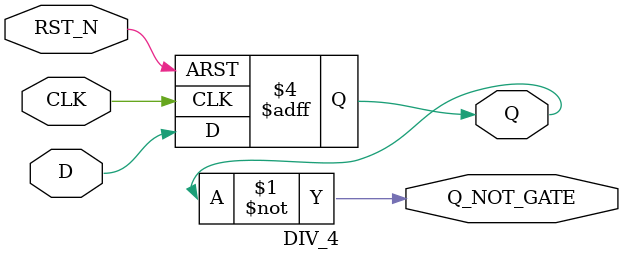
<source format=v>
module DIV_4 (
	input CLK,
	input RST_N,
	input D,
	output Q_NOT_GATE,
	output reg Q
);

	assign Q_NOT_GATE = ~Q;
	always@(posedge CLK or negedge RST_N) begin
		if(!RST_N) begin
			Q <= 1'd0;
		end else begin
			Q <= D;
		end
	end

endmodule
</source>
